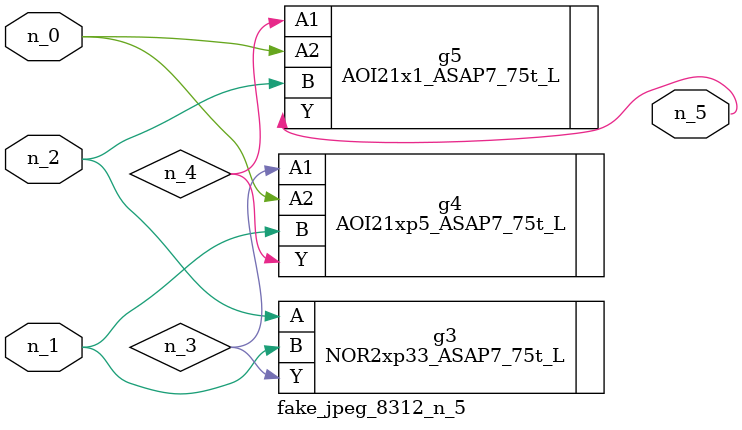
<source format=v>
module fake_jpeg_8312_n_5 (n_0, n_2, n_1, n_5);

input n_0;
input n_2;
input n_1;

output n_5;

wire n_3;
wire n_4;

NOR2xp33_ASAP7_75t_L g3 ( 
.A(n_2),
.B(n_1),
.Y(n_3)
);

AOI21xp5_ASAP7_75t_L g4 ( 
.A1(n_3),
.A2(n_0),
.B(n_1),
.Y(n_4)
);

AOI21x1_ASAP7_75t_L g5 ( 
.A1(n_4),
.A2(n_0),
.B(n_2),
.Y(n_5)
);


endmodule
</source>
